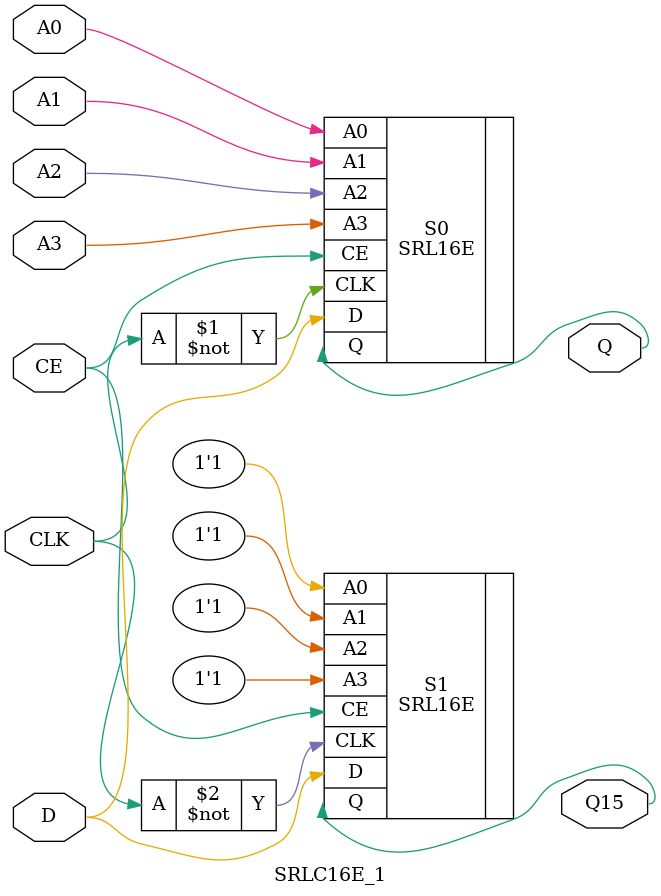
<source format=v>

`timescale  1 ps / 1 ps

module SRLC16E_1 (Q, Q15, A0, A1, A2, A3, CE, CLK, D);

    parameter [15:0] INIT = 16'h0000;

    output Q, Q15;

    input  A0, A1, A2, A3, CLK, CE, D;

    SRL16E #(.INIT(INIT)) S0 (.Q(Q), .A0(A0), .A1(A1), .A2(A2), .A3(A3), .CE(CE), .CLK(~CLK), .D(D));
    SRL16E #(.INIT(INIT)) S1 (.Q(Q15), .A0(1'b1), .A1(1'b1), .A2(1'b1), .A3(1'b1), .CE(CE), .CLK(~CLK), .D(D));

endmodule



</source>
